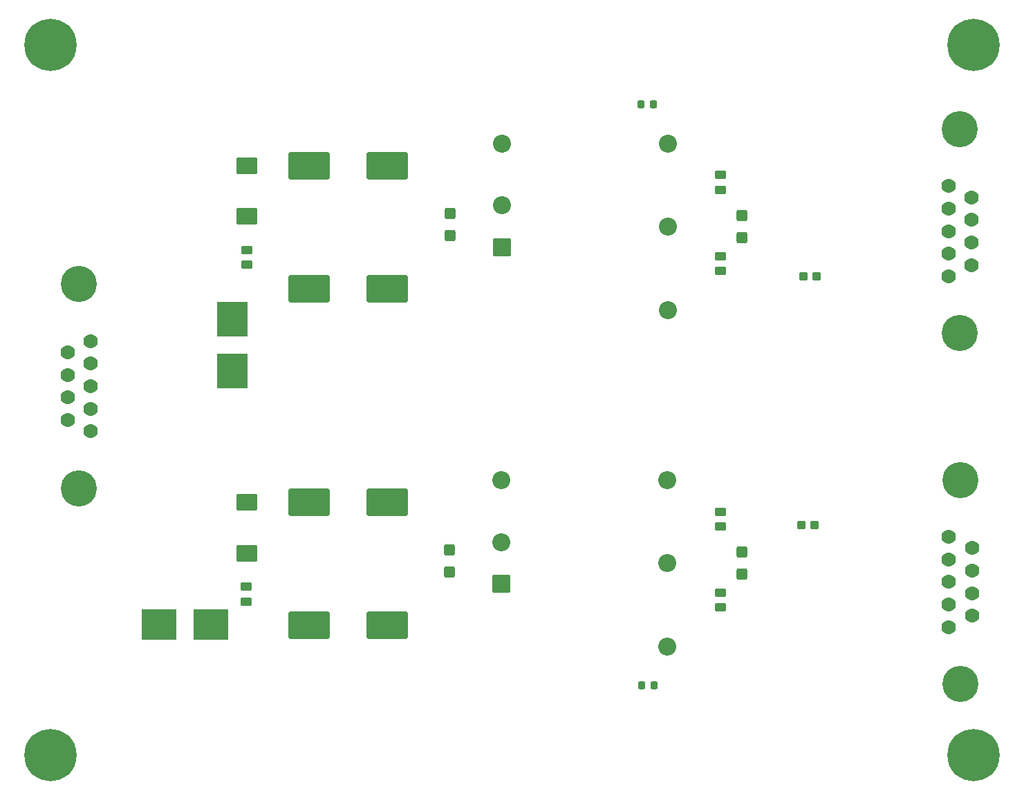
<source format=gbr>
%TF.GenerationSoftware,KiCad,Pcbnew,8.0.6*%
%TF.CreationDate,2025-05-16T11:43:59-04:00*%
%TF.ProjectId,PM5V_Telemetry_Cold_TPC,504d3556-5f54-4656-9c65-6d657472795f,rev?*%
%TF.SameCoordinates,Original*%
%TF.FileFunction,Soldermask,Top*%
%TF.FilePolarity,Negative*%
%FSLAX46Y46*%
G04 Gerber Fmt 4.6, Leading zero omitted, Abs format (unit mm)*
G04 Created by KiCad (PCBNEW 8.0.6) date 2025-05-16 11:43:59*
%MOMM*%
%LPD*%
G01*
G04 APERTURE LIST*
G04 Aperture macros list*
%AMRoundRect*
0 Rectangle with rounded corners*
0 $1 Rounding radius*
0 $2 $3 $4 $5 $6 $7 $8 $9 X,Y pos of 4 corners*
0 Add a 4 corners polygon primitive as box body*
4,1,4,$2,$3,$4,$5,$6,$7,$8,$9,$2,$3,0*
0 Add four circle primitives for the rounded corners*
1,1,$1+$1,$2,$3*
1,1,$1+$1,$4,$5*
1,1,$1+$1,$6,$7*
1,1,$1+$1,$8,$9*
0 Add four rect primitives between the rounded corners*
20,1,$1+$1,$2,$3,$4,$5,0*
20,1,$1+$1,$4,$5,$6,$7,0*
20,1,$1+$1,$6,$7,$8,$9,0*
20,1,$1+$1,$8,$9,$2,$3,0*%
G04 Aperture macros list end*
%ADD10R,4.241800X3.810000*%
%ADD11RoundRect,0.225000X0.225000X0.250000X-0.225000X0.250000X-0.225000X-0.250000X0.225000X-0.250000X0*%
%ADD12RoundRect,0.102000X0.400000X0.400000X-0.400000X0.400000X-0.400000X-0.400000X0.400000X-0.400000X0*%
%ADD13C,6.400000*%
%ADD14R,3.810000X4.241800*%
%ADD15RoundRect,0.250000X0.425000X-0.450000X0.425000X0.450000X-0.425000X0.450000X-0.425000X-0.450000X0*%
%ADD16RoundRect,0.250000X0.450000X-0.262500X0.450000X0.262500X-0.450000X0.262500X-0.450000X-0.262500X0*%
%ADD17RoundRect,0.170000X2.330000X-1.530000X2.330000X1.530000X-2.330000X1.530000X-2.330000X-1.530000X0*%
%ADD18RoundRect,0.250000X-0.450000X0.262500X-0.450000X-0.262500X0.450000X-0.262500X0.450000X0.262500X0*%
%ADD19C,1.764000*%
%ADD20C,4.420000*%
%ADD21RoundRect,0.102000X1.000000X-1.000000X1.000000X1.000000X-1.000000X1.000000X-1.000000X-1.000000X0*%
%ADD22C,2.204000*%
%ADD23RoundRect,0.250000X1.025000X-0.787500X1.025000X0.787500X-1.025000X0.787500X-1.025000X-0.787500X0*%
%ADD24RoundRect,0.102000X-0.400000X-0.400000X0.400000X-0.400000X0.400000X0.400000X-0.400000X0.400000X0*%
G04 APERTURE END LIST*
D10*
%TO.C,F2*%
X108292300Y-104060000D03*
X114667700Y-104060000D03*
%TD*%
D11*
%TO.C,C10*%
X168843100Y-40250000D03*
X167293100Y-40250000D03*
%TD*%
D12*
%TO.C,D1*%
X188818100Y-61370000D03*
X187218100Y-61370000D03*
%TD*%
D13*
%TO.C,H3*%
X208000000Y-33000000D03*
%TD*%
D14*
%TO.C,F1*%
X117250000Y-72957700D03*
X117250000Y-66582300D03*
%TD*%
D15*
%TO.C,C20*%
X179635600Y-97842500D03*
X179635600Y-95142500D03*
%TD*%
D16*
%TO.C,R5*%
X118985600Y-101197500D03*
X118985600Y-99372500D03*
%TD*%
D17*
%TO.C,L3*%
X126625600Y-104106000D03*
X136225600Y-104106000D03*
%TD*%
D16*
%TO.C,R3*%
X177028100Y-50772500D03*
X177028100Y-48947500D03*
%TD*%
D13*
%TO.C,H1*%
X95000000Y-33000000D03*
%TD*%
D15*
%TO.C,C2*%
X143918100Y-56350000D03*
X143918100Y-53650000D03*
%TD*%
D18*
%TO.C,R4*%
X177038100Y-58877500D03*
X177038100Y-60702500D03*
%TD*%
D11*
%TO.C,C16*%
X168923000Y-111506000D03*
X167373000Y-111506000D03*
%TD*%
D19*
%TO.C,J1*%
X99920000Y-69275000D03*
X99920000Y-72045000D03*
X99920000Y-74815000D03*
X99920000Y-77585000D03*
X99920000Y-80355000D03*
X97080000Y-70660000D03*
X97080000Y-73430000D03*
X97080000Y-76200000D03*
X97080000Y-78970000D03*
D20*
X98500000Y-62315000D03*
X98500000Y-87315000D03*
%TD*%
D18*
%TO.C,R7*%
X177005600Y-100122499D03*
X177005600Y-101947499D03*
%TD*%
D13*
%TO.C,H2*%
X95000000Y-120000000D03*
%TD*%
D19*
%TO.C,J2*%
X204940000Y-61360000D03*
X204940000Y-58590000D03*
X204940000Y-55820000D03*
X204940000Y-53050000D03*
X204940000Y-50280000D03*
X207780000Y-59975000D03*
X207780000Y-57205000D03*
X207780000Y-54435000D03*
X207780000Y-51665000D03*
D20*
X206360000Y-68320000D03*
X206360000Y-43320000D03*
%TD*%
D13*
%TO.C,H4*%
X208000000Y-120000000D03*
%TD*%
D17*
%TO.C,L2*%
X126658100Y-47831000D03*
X136258100Y-47831000D03*
%TD*%
D21*
%TO.C,U2*%
X150235600Y-99020000D03*
D22*
X150235600Y-93920000D03*
X170535600Y-106720000D03*
X170535600Y-96520000D03*
X170535600Y-86320000D03*
X150235600Y-86320000D03*
%TD*%
D17*
%TO.C,L4*%
X126625600Y-89076001D03*
X136225600Y-89076001D03*
%TD*%
D23*
%TO.C,C11*%
X119005600Y-95277501D03*
X119005600Y-89052501D03*
%TD*%
D17*
%TO.C,L1*%
X126658100Y-62861000D03*
X136258100Y-62861000D03*
%TD*%
D16*
%TO.C,R6*%
X176995600Y-92017500D03*
X176995600Y-90192500D03*
%TD*%
D24*
%TO.C,D2*%
X186978100Y-91830000D03*
X188578100Y-91830000D03*
%TD*%
D21*
%TO.C,U1*%
X150268100Y-57775000D03*
D22*
X150268100Y-52675000D03*
X170568100Y-65475000D03*
X170568100Y-55275000D03*
X170568100Y-45075000D03*
X150268100Y-45075000D03*
%TD*%
D19*
%TO.C,J3*%
X204980000Y-104350000D03*
X204980000Y-101580000D03*
X204980000Y-98810000D03*
X204980000Y-96040000D03*
X204980000Y-93270000D03*
X207820000Y-102965000D03*
X207820000Y-100195000D03*
X207820000Y-97425000D03*
X207820000Y-94655000D03*
D20*
X206400000Y-111310000D03*
X206400000Y-86310000D03*
%TD*%
D23*
%TO.C,C1*%
X119038100Y-54032500D03*
X119038100Y-47807500D03*
%TD*%
D15*
%TO.C,C9*%
X179668100Y-56597500D03*
X179668100Y-53897500D03*
%TD*%
D16*
%TO.C,R1*%
X119018100Y-59952500D03*
X119018100Y-58127500D03*
%TD*%
D15*
%TO.C,C12*%
X143885600Y-97595001D03*
X143885600Y-94895001D03*
%TD*%
M02*

</source>
